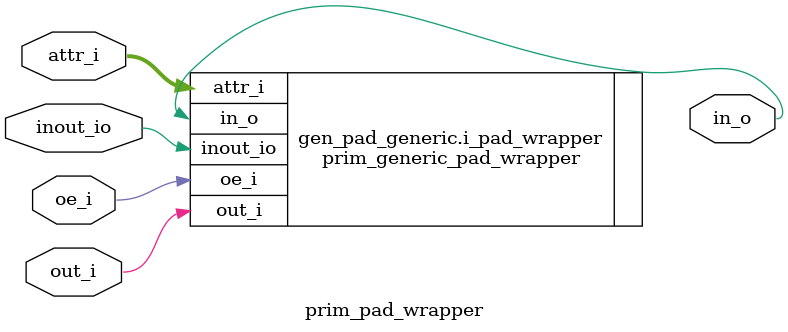
<source format=v>
module prim_pad_wrapper (
	inout_io,
	in_o,
	out_i,
	oe_i,
	attr_i
);
	localparam prim_pkg_ImplGeneric = 0;
	parameter integer Impl = prim_pkg_ImplGeneric;
	parameter [31:0] AttrDw = 6;
	inout wire inout_io;
	output wire in_o;
	input out_i;
	input oe_i;
	input [(AttrDw - 1):0] attr_i;
	localparam ImplGeneric = 0;
	localparam ImplXilinx = 1;
	generate
		if ((Impl == ImplGeneric)) begin : gen_pad_generic
			prim_generic_pad_wrapper #(.AttrDw(AttrDw)) i_pad_wrapper(
				.inout_io(inout_io),
				.in_o(in_o),
				.out_i(out_i),
				.oe_i(oe_i),
				.attr_i(attr_i)
			);
		end
		else if ((Impl == ImplXilinx)) begin : gen_pad_xilinx
			prim_xilinx_pad_wrapper #(.AttrDw(AttrDw)) i_pad_wrapper(
				.inout_io(inout_io),
				.in_o(in_o),
				.out_i(out_i),
				.oe_i(oe_i),
				.attr_i(attr_i)
			);
		end
	endgenerate
endmodule

</source>
